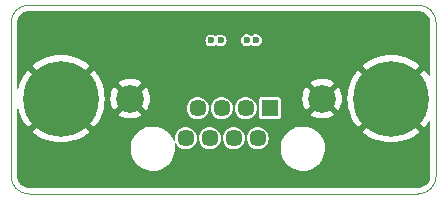
<source format=gbr>
G04 #@! TF.GenerationSoftware,KiCad,Pcbnew,7.0.2-0*
G04 #@! TF.CreationDate,2023-08-07T23:17:52+03:00*
G04 #@! TF.ProjectId,RJ45_Module,524a3435-5f4d-46f6-9475-6c652e6b6963,1.0*
G04 #@! TF.SameCoordinates,Original*
G04 #@! TF.FileFunction,Copper,L3,Inr*
G04 #@! TF.FilePolarity,Positive*
%FSLAX46Y46*%
G04 Gerber Fmt 4.6, Leading zero omitted, Abs format (unit mm)*
G04 Created by KiCad (PCBNEW 7.0.2-0) date 2023-08-07 23:17:52*
%MOMM*%
%LPD*%
G01*
G04 APERTURE LIST*
G04 #@! TA.AperFunction,ComponentPad*
%ADD10R,1.446000X1.446000*%
G04 #@! TD*
G04 #@! TA.AperFunction,ComponentPad*
%ADD11C,1.446000*%
G04 #@! TD*
G04 #@! TA.AperFunction,ComponentPad*
%ADD12C,2.355000*%
G04 #@! TD*
G04 #@! TA.AperFunction,ComponentPad*
%ADD13C,0.800000*%
G04 #@! TD*
G04 #@! TA.AperFunction,ComponentPad*
%ADD14C,6.400000*%
G04 #@! TD*
G04 #@! TA.AperFunction,ViaPad*
%ADD15C,0.600000*%
G04 #@! TD*
G04 #@! TA.AperFunction,Profile*
%ADD16C,0.050000*%
G04 #@! TD*
G04 APERTURE END LIST*
D10*
X212623600Y-84531200D03*
D11*
X211603600Y-87071200D03*
X210593600Y-84531200D03*
X209573600Y-87071200D03*
X208563600Y-84531200D03*
X207543600Y-87071200D03*
X206533600Y-84531200D03*
X205513600Y-87071200D03*
D12*
X200813600Y-83721200D03*
X217073600Y-83721200D03*
D13*
X220505000Y-83730000D03*
X221207944Y-85427056D03*
X221207944Y-82032944D03*
X222905000Y-86130000D03*
D14*
X222905000Y-83730000D03*
D13*
X225305000Y-83730000D03*
X224602056Y-82032944D03*
X224602056Y-85427056D03*
X222905000Y-81330000D03*
X194942000Y-81330000D03*
X196639056Y-85427056D03*
X196639056Y-82032944D03*
X197342000Y-83730000D03*
D14*
X194942000Y-83730000D03*
D13*
X194942000Y-86130000D03*
X193244944Y-82032944D03*
X193244944Y-85427056D03*
X192542000Y-83730000D03*
D15*
X206545000Y-85930000D03*
X210555000Y-85950000D03*
X209873956Y-78781118D03*
X211956142Y-78158858D03*
X206873953Y-78799958D03*
X209250265Y-78772087D03*
X207673455Y-78800155D03*
X208451255Y-78800155D03*
X211451255Y-78778772D03*
X210673455Y-78778772D03*
G04 #@! TA.AperFunction,Conductor*
G36*
X225191269Y-76296786D02*
G01*
X225359177Y-76311475D01*
X225372078Y-76313750D01*
X225531712Y-76356524D01*
X225544017Y-76361004D01*
X225676250Y-76422665D01*
X225693786Y-76430842D01*
X225705138Y-76437396D01*
X225840505Y-76532181D01*
X225850546Y-76540607D01*
X225967392Y-76657453D01*
X225975818Y-76667494D01*
X226070603Y-76802861D01*
X226077157Y-76814213D01*
X226146993Y-76963976D01*
X226151477Y-76976294D01*
X226194248Y-77135917D01*
X226196524Y-77148826D01*
X226211213Y-77316729D01*
X226211499Y-77323283D01*
X226211499Y-81774199D01*
X226193906Y-81822537D01*
X226149357Y-81848257D01*
X226098699Y-81839324D01*
X226073231Y-81815156D01*
X225903541Y-81553858D01*
X225901240Y-81550691D01*
X225693902Y-81294648D01*
X224796249Y-82192301D01*
X224837551Y-82130489D01*
X224856954Y-82032944D01*
X224837551Y-81935399D01*
X224782296Y-81852704D01*
X224699601Y-81797449D01*
X224626680Y-81782944D01*
X224577432Y-81782944D01*
X224504511Y-81797449D01*
X224442689Y-81838756D01*
X225340350Y-80941096D01*
X225084308Y-80733759D01*
X225081141Y-80731458D01*
X224759181Y-80522374D01*
X224755795Y-80520419D01*
X224413742Y-80346135D01*
X224410150Y-80344536D01*
X224051781Y-80206970D01*
X224048024Y-80205749D01*
X223677235Y-80106397D01*
X223673375Y-80105577D01*
X223294236Y-80045527D01*
X223290316Y-80045115D01*
X222906965Y-80025025D01*
X222903035Y-80025025D01*
X222519683Y-80045115D01*
X222515763Y-80045527D01*
X222136624Y-80105577D01*
X222132764Y-80106397D01*
X221761975Y-80205749D01*
X221758218Y-80206970D01*
X221399849Y-80344536D01*
X221396257Y-80346135D01*
X221054204Y-80520419D01*
X221050818Y-80522374D01*
X220728863Y-80731454D01*
X220725681Y-80733767D01*
X220469648Y-80941096D01*
X221367304Y-81838752D01*
X221305489Y-81797449D01*
X221232568Y-81782944D01*
X221183320Y-81782944D01*
X221110399Y-81797449D01*
X221027704Y-81852704D01*
X220972449Y-81935399D01*
X220953046Y-82032944D01*
X220972449Y-82130489D01*
X221013754Y-82192306D01*
X220116096Y-81294648D01*
X219908767Y-81550681D01*
X219906454Y-81553863D01*
X219697374Y-81875818D01*
X219695419Y-81879204D01*
X219521135Y-82221257D01*
X219519536Y-82224849D01*
X219381970Y-82583218D01*
X219380749Y-82586975D01*
X219281397Y-82957764D01*
X219280577Y-82961624D01*
X219220527Y-83340763D01*
X219220115Y-83344683D01*
X219200025Y-83728034D01*
X219200025Y-83731965D01*
X219220115Y-84115316D01*
X219220527Y-84119236D01*
X219280577Y-84498375D01*
X219281397Y-84502235D01*
X219380749Y-84873024D01*
X219381970Y-84876781D01*
X219519536Y-85235150D01*
X219521135Y-85238742D01*
X219695419Y-85580795D01*
X219697374Y-85584181D01*
X219906458Y-85906141D01*
X219908759Y-85909308D01*
X220116096Y-86165350D01*
X221013756Y-85267689D01*
X220972449Y-85329511D01*
X220953046Y-85427056D01*
X220972449Y-85524601D01*
X221027704Y-85607296D01*
X221110399Y-85662551D01*
X221183320Y-85677056D01*
X221232568Y-85677056D01*
X221305489Y-85662551D01*
X221367301Y-85621249D01*
X220469648Y-86518902D01*
X220725691Y-86726240D01*
X220728858Y-86728541D01*
X221050818Y-86937625D01*
X221054204Y-86939580D01*
X221396257Y-87113864D01*
X221399849Y-87115463D01*
X221758218Y-87253029D01*
X221761975Y-87254250D01*
X222132764Y-87353602D01*
X222136624Y-87354422D01*
X222515763Y-87414472D01*
X222519683Y-87414884D01*
X222903035Y-87434975D01*
X222906965Y-87434975D01*
X223290316Y-87414884D01*
X223294236Y-87414472D01*
X223673375Y-87354422D01*
X223677235Y-87353602D01*
X224048024Y-87254250D01*
X224051781Y-87253029D01*
X224410150Y-87115463D01*
X224413742Y-87113864D01*
X224755795Y-86939580D01*
X224759181Y-86937625D01*
X225081141Y-86728541D01*
X225084320Y-86726231D01*
X225340349Y-86518903D01*
X225340350Y-86518902D01*
X224442694Y-85621246D01*
X224504511Y-85662551D01*
X224577432Y-85677056D01*
X224626680Y-85677056D01*
X224699601Y-85662551D01*
X224782296Y-85607296D01*
X224837551Y-85524601D01*
X224856954Y-85427056D01*
X224837551Y-85329511D01*
X224796246Y-85267694D01*
X225693902Y-86165350D01*
X225693903Y-86165349D01*
X225901231Y-85909320D01*
X225903541Y-85906141D01*
X226073231Y-85644843D01*
X226114313Y-85613886D01*
X226165682Y-85616578D01*
X226203303Y-85651660D01*
X226211499Y-85685800D01*
X226211499Y-90237235D01*
X226211500Y-90237258D01*
X226211500Y-90268715D01*
X226211214Y-90275269D01*
X226196524Y-90443173D01*
X226194248Y-90456082D01*
X226151477Y-90615705D01*
X226146993Y-90628023D01*
X226077157Y-90777786D01*
X226070603Y-90789138D01*
X225975818Y-90924505D01*
X225967392Y-90934546D01*
X225850546Y-91051392D01*
X225840505Y-91059818D01*
X225705138Y-91154603D01*
X225693786Y-91161157D01*
X225544023Y-91230993D01*
X225531705Y-91235477D01*
X225372082Y-91278248D01*
X225359173Y-91280524D01*
X225191269Y-91295214D01*
X225184715Y-91295500D01*
X192236285Y-91295500D01*
X192229731Y-91295214D01*
X192061826Y-91280524D01*
X192048917Y-91278248D01*
X191889294Y-91235477D01*
X191876976Y-91230993D01*
X191727213Y-91161157D01*
X191715861Y-91154603D01*
X191580494Y-91059818D01*
X191570453Y-91051392D01*
X191453607Y-90934546D01*
X191445181Y-90924505D01*
X191350396Y-90789138D01*
X191343842Y-90777786D01*
X191337591Y-90764381D01*
X191274004Y-90628017D01*
X191269524Y-90615712D01*
X191226750Y-90456078D01*
X191224475Y-90443173D01*
X191209786Y-90275269D01*
X191209500Y-90268715D01*
X191209500Y-90206107D01*
X191209500Y-88029880D01*
X200844337Y-88029880D01*
X200874363Y-88302770D01*
X200943804Y-88568384D01*
X201051177Y-88821052D01*
X201194196Y-89055398D01*
X201369806Y-89266416D01*
X201574274Y-89449621D01*
X201574276Y-89449622D01*
X201574277Y-89449623D01*
X201803241Y-89601104D01*
X202051821Y-89717633D01*
X202314719Y-89796727D01*
X202586331Y-89836700D01*
X202586333Y-89836700D01*
X202790760Y-89836700D01*
X202792147Y-89836700D01*
X202868481Y-89831112D01*
X202997401Y-89821678D01*
X203023730Y-89815812D01*
X203265375Y-89761984D01*
X203521798Y-89663911D01*
X203761209Y-89529547D01*
X203978504Y-89361757D01*
X204169054Y-89164116D01*
X204328796Y-88940837D01*
X204454327Y-88696679D01*
X204542970Y-88436846D01*
X204592836Y-88166874D01*
X204597842Y-88029880D01*
X213544337Y-88029880D01*
X213574363Y-88302770D01*
X213643804Y-88568384D01*
X213751177Y-88821052D01*
X213894196Y-89055398D01*
X214069806Y-89266416D01*
X214274274Y-89449621D01*
X214274276Y-89449622D01*
X214274277Y-89449623D01*
X214503241Y-89601104D01*
X214751821Y-89717633D01*
X215014719Y-89796727D01*
X215286331Y-89836700D01*
X215286333Y-89836700D01*
X215490760Y-89836700D01*
X215492147Y-89836700D01*
X215568481Y-89831112D01*
X215697401Y-89821678D01*
X215723730Y-89815812D01*
X215965375Y-89761984D01*
X216221798Y-89663911D01*
X216461209Y-89529547D01*
X216678504Y-89361757D01*
X216869054Y-89164116D01*
X217028796Y-88940837D01*
X217154327Y-88696679D01*
X217242970Y-88436846D01*
X217292836Y-88166874D01*
X217302862Y-87892520D01*
X217272836Y-87619629D01*
X217203396Y-87354018D01*
X217096023Y-87101348D01*
X216953005Y-86867004D01*
X216953003Y-86867001D01*
X216777393Y-86655983D01*
X216572925Y-86472778D01*
X216343958Y-86321295D01*
X216095380Y-86204767D01*
X215895059Y-86144500D01*
X215832481Y-86125673D01*
X215560869Y-86085700D01*
X215355053Y-86085700D01*
X215353681Y-86085800D01*
X215353664Y-86085801D01*
X215149798Y-86100721D01*
X214881824Y-86160416D01*
X214625400Y-86258489D01*
X214385993Y-86392851D01*
X214168694Y-86560644D01*
X213978145Y-86758284D01*
X213818403Y-86981563D01*
X213692873Y-87225719D01*
X213604230Y-87485554D01*
X213554364Y-87755523D01*
X213544337Y-88029880D01*
X204597842Y-88029880D01*
X204602862Y-87892520D01*
X204572836Y-87619629D01*
X204558959Y-87566549D01*
X204563754Y-87515334D01*
X204600348Y-87479183D01*
X204651619Y-87475011D01*
X204693576Y-87504772D01*
X204696839Y-87509929D01*
X204759754Y-87618901D01*
X204890101Y-87763666D01*
X205047697Y-87878167D01*
X205225656Y-87957399D01*
X205416200Y-87997900D01*
X205416201Y-87997900D01*
X205610999Y-87997900D01*
X205611000Y-87997900D01*
X205801544Y-87957399D01*
X205979503Y-87878167D01*
X206137099Y-87763666D01*
X206267446Y-87618901D01*
X206364846Y-87450199D01*
X206422589Y-87272487D01*
X206425043Y-87264934D01*
X206429164Y-87225721D01*
X206445405Y-87071200D01*
X206445405Y-87071199D01*
X206611795Y-87071199D01*
X206632156Y-87264934D01*
X206680879Y-87414884D01*
X206692354Y-87450199D01*
X206789754Y-87618901D01*
X206920101Y-87763666D01*
X207077697Y-87878167D01*
X207255656Y-87957399D01*
X207446200Y-87997900D01*
X207446201Y-87997900D01*
X207640999Y-87997900D01*
X207641000Y-87997900D01*
X207831544Y-87957399D01*
X208009503Y-87878167D01*
X208167099Y-87763666D01*
X208297446Y-87618901D01*
X208394846Y-87450199D01*
X208452589Y-87272487D01*
X208455043Y-87264934D01*
X208459164Y-87225721D01*
X208475405Y-87071200D01*
X208641795Y-87071200D01*
X208662156Y-87264934D01*
X208710879Y-87414884D01*
X208722354Y-87450199D01*
X208819754Y-87618901D01*
X208950101Y-87763666D01*
X209107697Y-87878167D01*
X209285656Y-87957399D01*
X209476200Y-87997900D01*
X209476201Y-87997900D01*
X209670999Y-87997900D01*
X209671000Y-87997900D01*
X209861544Y-87957399D01*
X210039503Y-87878167D01*
X210197099Y-87763666D01*
X210327446Y-87618901D01*
X210424846Y-87450199D01*
X210482589Y-87272487D01*
X210485043Y-87264934D01*
X210489164Y-87225721D01*
X210505405Y-87071200D01*
X210671795Y-87071200D01*
X210692156Y-87264934D01*
X210740879Y-87414884D01*
X210752354Y-87450199D01*
X210849754Y-87618901D01*
X210980101Y-87763666D01*
X211137697Y-87878167D01*
X211315656Y-87957399D01*
X211506200Y-87997900D01*
X211506201Y-87997900D01*
X211700999Y-87997900D01*
X211701000Y-87997900D01*
X211891544Y-87957399D01*
X212069503Y-87878167D01*
X212227099Y-87763666D01*
X212357446Y-87618901D01*
X212454846Y-87450199D01*
X212512589Y-87272487D01*
X212515043Y-87264934D01*
X212519164Y-87225721D01*
X212535405Y-87071200D01*
X212515043Y-86877467D01*
X212515043Y-86877465D01*
X212454846Y-86692202D01*
X212454846Y-86692201D01*
X212357446Y-86523499D01*
X212227099Y-86378734D01*
X212069503Y-86264233D01*
X212069502Y-86264232D01*
X211891544Y-86185001D01*
X211799092Y-86165350D01*
X211701000Y-86144500D01*
X211506200Y-86144500D01*
X211410927Y-86164750D01*
X211315655Y-86185001D01*
X211137698Y-86264232D01*
X210980099Y-86378735D01*
X210849754Y-86523498D01*
X210752353Y-86692202D01*
X210692156Y-86877465D01*
X210671795Y-87071200D01*
X210505405Y-87071200D01*
X210485043Y-86877467D01*
X210485043Y-86877465D01*
X210424846Y-86692202D01*
X210424846Y-86692201D01*
X210327446Y-86523499D01*
X210197099Y-86378734D01*
X210039503Y-86264233D01*
X210039502Y-86264232D01*
X209861544Y-86185001D01*
X209769092Y-86165350D01*
X209671000Y-86144500D01*
X209476200Y-86144500D01*
X209380928Y-86164750D01*
X209285655Y-86185001D01*
X209107698Y-86264232D01*
X208950099Y-86378735D01*
X208819754Y-86523498D01*
X208722353Y-86692202D01*
X208662156Y-86877465D01*
X208641795Y-87071200D01*
X208475405Y-87071200D01*
X208455043Y-86877467D01*
X208455043Y-86877465D01*
X208394846Y-86692202D01*
X208394846Y-86692201D01*
X208297446Y-86523499D01*
X208167099Y-86378734D01*
X208009503Y-86264233D01*
X208009502Y-86264232D01*
X207831544Y-86185001D01*
X207739092Y-86165350D01*
X207641000Y-86144500D01*
X207446200Y-86144500D01*
X207350928Y-86164750D01*
X207255655Y-86185001D01*
X207077698Y-86264232D01*
X206920099Y-86378735D01*
X206789754Y-86523498D01*
X206692353Y-86692202D01*
X206632156Y-86877465D01*
X206611795Y-87071199D01*
X206445405Y-87071199D01*
X206425043Y-86877467D01*
X206425043Y-86877465D01*
X206364846Y-86692202D01*
X206364846Y-86692201D01*
X206267446Y-86523499D01*
X206137099Y-86378734D01*
X205979503Y-86264233D01*
X205979502Y-86264232D01*
X205801544Y-86185001D01*
X205709092Y-86165350D01*
X205611000Y-86144500D01*
X205416200Y-86144500D01*
X205320928Y-86164750D01*
X205225655Y-86185001D01*
X205047698Y-86264232D01*
X204890099Y-86378735D01*
X204759754Y-86523498D01*
X204662353Y-86692202D01*
X204602156Y-86877465D01*
X204581795Y-87071200D01*
X204594527Y-87192340D01*
X204582082Y-87242252D01*
X204540467Y-87272487D01*
X204489152Y-87268899D01*
X204452150Y-87233165D01*
X204450529Y-87229611D01*
X204402021Y-87115463D01*
X204396023Y-87101348D01*
X204253005Y-86867004D01*
X204253003Y-86867001D01*
X204077393Y-86655983D01*
X203872925Y-86472778D01*
X203643958Y-86321295D01*
X203395380Y-86204767D01*
X203195059Y-86144500D01*
X203132481Y-86125673D01*
X202860869Y-86085700D01*
X202655053Y-86085700D01*
X202653681Y-86085800D01*
X202653664Y-86085801D01*
X202449798Y-86100721D01*
X202181824Y-86160416D01*
X201925400Y-86258489D01*
X201685993Y-86392851D01*
X201468694Y-86560644D01*
X201278145Y-86758284D01*
X201118403Y-86981563D01*
X200992873Y-87225719D01*
X200904230Y-87485554D01*
X200854364Y-87755523D01*
X200844337Y-88029880D01*
X191209500Y-88029880D01*
X191209500Y-87450197D01*
X191209499Y-84667022D01*
X191227092Y-84618686D01*
X191271641Y-84592966D01*
X191322299Y-84601899D01*
X191355364Y-84641304D01*
X191357337Y-84647561D01*
X191417749Y-84873024D01*
X191418970Y-84876781D01*
X191556536Y-85235150D01*
X191558135Y-85238742D01*
X191732419Y-85580795D01*
X191734374Y-85584181D01*
X191943458Y-85906141D01*
X191945759Y-85909308D01*
X192153096Y-86165350D01*
X193050756Y-85267689D01*
X193009449Y-85329511D01*
X192990046Y-85427056D01*
X193009449Y-85524601D01*
X193064704Y-85607296D01*
X193147399Y-85662551D01*
X193220320Y-85677056D01*
X193269568Y-85677056D01*
X193342489Y-85662551D01*
X193404301Y-85621249D01*
X192506648Y-86518902D01*
X192762691Y-86726240D01*
X192765858Y-86728541D01*
X193087818Y-86937625D01*
X193091204Y-86939580D01*
X193433257Y-87113864D01*
X193436849Y-87115463D01*
X193795218Y-87253029D01*
X193798975Y-87254250D01*
X194169764Y-87353602D01*
X194173624Y-87354422D01*
X194552763Y-87414472D01*
X194556683Y-87414884D01*
X194940035Y-87434975D01*
X194943965Y-87434975D01*
X195327316Y-87414884D01*
X195331236Y-87414472D01*
X195710375Y-87354422D01*
X195714235Y-87353602D01*
X196085024Y-87254250D01*
X196088781Y-87253029D01*
X196447150Y-87115463D01*
X196450742Y-87113864D01*
X196792795Y-86939580D01*
X196796181Y-86937625D01*
X197118141Y-86728541D01*
X197121320Y-86726231D01*
X197377349Y-86518903D01*
X197377350Y-86518902D01*
X196479694Y-85621246D01*
X196541511Y-85662551D01*
X196614432Y-85677056D01*
X196663680Y-85677056D01*
X196736601Y-85662551D01*
X196819296Y-85607296D01*
X196874551Y-85524601D01*
X196893954Y-85427056D01*
X196874551Y-85329511D01*
X196833246Y-85267694D01*
X197730902Y-86165350D01*
X197730903Y-86165349D01*
X197938231Y-85909320D01*
X197940541Y-85906141D01*
X198149625Y-85584181D01*
X198151580Y-85580795D01*
X198325864Y-85238742D01*
X198327463Y-85235150D01*
X198465029Y-84876781D01*
X198466250Y-84873024D01*
X198565602Y-84502235D01*
X198566422Y-84498375D01*
X198626472Y-84119236D01*
X198626884Y-84115316D01*
X198646975Y-83731965D01*
X198646975Y-83728034D01*
X198646617Y-83721200D01*
X199131396Y-83721200D01*
X199150184Y-83971917D01*
X199206132Y-84217038D01*
X199297988Y-84451084D01*
X199423697Y-84668818D01*
X199463062Y-84718181D01*
X199463063Y-84718182D01*
X200107817Y-84073428D01*
X200195979Y-84213736D01*
X200321064Y-84338821D01*
X200461369Y-84426981D01*
X199816607Y-85071744D01*
X199816607Y-85071746D01*
X199972497Y-85178031D01*
X200199023Y-85287120D01*
X200439273Y-85361227D01*
X200687889Y-85398700D01*
X200939311Y-85398700D01*
X201187926Y-85361227D01*
X201428176Y-85287120D01*
X201654702Y-85178031D01*
X201810591Y-85071746D01*
X201810591Y-85071744D01*
X201165829Y-84426982D01*
X201306136Y-84338821D01*
X201431221Y-84213736D01*
X201519382Y-84073428D01*
X202164135Y-84718181D01*
X202164136Y-84718181D01*
X202203501Y-84668820D01*
X202282956Y-84531200D01*
X205601795Y-84531200D01*
X205622156Y-84724934D01*
X205682353Y-84910197D01*
X205779754Y-85078901D01*
X205881193Y-85191561D01*
X205910101Y-85223666D01*
X206067697Y-85338167D01*
X206245656Y-85417399D01*
X206436200Y-85457900D01*
X206436201Y-85457900D01*
X206630999Y-85457900D01*
X206631000Y-85457900D01*
X206821544Y-85417399D01*
X206999503Y-85338167D01*
X207157099Y-85223666D01*
X207287446Y-85078901D01*
X207384846Y-84910199D01*
X207445043Y-84724933D01*
X207465405Y-84531200D01*
X207631795Y-84531200D01*
X207652156Y-84724934D01*
X207712353Y-84910197D01*
X207809754Y-85078901D01*
X207911193Y-85191561D01*
X207940101Y-85223666D01*
X208097697Y-85338167D01*
X208275656Y-85417399D01*
X208466200Y-85457900D01*
X208466201Y-85457900D01*
X208660999Y-85457900D01*
X208661000Y-85457900D01*
X208851544Y-85417399D01*
X209029503Y-85338167D01*
X209187099Y-85223666D01*
X209317446Y-85078901D01*
X209414846Y-84910199D01*
X209475043Y-84724933D01*
X209495405Y-84531200D01*
X209495405Y-84531199D01*
X209661795Y-84531199D01*
X209682156Y-84724934D01*
X209742353Y-84910197D01*
X209839754Y-85078901D01*
X209941193Y-85191561D01*
X209970101Y-85223666D01*
X210127697Y-85338167D01*
X210305656Y-85417399D01*
X210496200Y-85457900D01*
X210496201Y-85457900D01*
X210690999Y-85457900D01*
X210691000Y-85457900D01*
X210881544Y-85417399D01*
X211059503Y-85338167D01*
X211147457Y-85274264D01*
X211696900Y-85274264D01*
X211708718Y-85333679D01*
X211708719Y-85333680D01*
X211753740Y-85401060D01*
X211821120Y-85446081D01*
X211880536Y-85457900D01*
X213366664Y-85457900D01*
X213426080Y-85446081D01*
X213493460Y-85401060D01*
X213538481Y-85333680D01*
X213550300Y-85274264D01*
X213550300Y-83788136D01*
X213538481Y-83728720D01*
X213533456Y-83721199D01*
X215391396Y-83721199D01*
X215410184Y-83971917D01*
X215466132Y-84217038D01*
X215557988Y-84451084D01*
X215683697Y-84668818D01*
X215723062Y-84718181D01*
X215723063Y-84718182D01*
X216367817Y-84073428D01*
X216455979Y-84213736D01*
X216581064Y-84338821D01*
X216721369Y-84426981D01*
X216076607Y-85071744D01*
X216076607Y-85071746D01*
X216232497Y-85178031D01*
X216459023Y-85287120D01*
X216699273Y-85361227D01*
X216947889Y-85398700D01*
X217199311Y-85398700D01*
X217447926Y-85361227D01*
X217688176Y-85287120D01*
X217914702Y-85178031D01*
X218070591Y-85071746D01*
X218070591Y-85071744D01*
X217425829Y-84426982D01*
X217566136Y-84338821D01*
X217691221Y-84213736D01*
X217779382Y-84073428D01*
X218424135Y-84718181D01*
X218424136Y-84718181D01*
X218463501Y-84668820D01*
X218589211Y-84451084D01*
X218681067Y-84217038D01*
X218737015Y-83971917D01*
X218755803Y-83721199D01*
X218737015Y-83470482D01*
X218681067Y-83225361D01*
X218589211Y-82991315D01*
X218463501Y-82773581D01*
X218424136Y-82724217D01*
X218424135Y-82724216D01*
X217779381Y-83368969D01*
X217691221Y-83228664D01*
X217566136Y-83103579D01*
X217425828Y-83015417D01*
X218070591Y-82370654D01*
X218070591Y-82370652D01*
X217914702Y-82264368D01*
X217688176Y-82155279D01*
X217447926Y-82081172D01*
X217199311Y-82043700D01*
X216947889Y-82043700D01*
X216699273Y-82081172D01*
X216459023Y-82155279D01*
X216232494Y-82264370D01*
X216076607Y-82370651D01*
X216076607Y-82370654D01*
X216721370Y-83015417D01*
X216581064Y-83103579D01*
X216455979Y-83228664D01*
X216367817Y-83368970D01*
X215723063Y-82724216D01*
X215723062Y-82724217D01*
X215683697Y-82773581D01*
X215557988Y-82991315D01*
X215466132Y-83225361D01*
X215410184Y-83470482D01*
X215391396Y-83721199D01*
X213533456Y-83721199D01*
X213493460Y-83661340D01*
X213426080Y-83616319D01*
X213426079Y-83616318D01*
X213366664Y-83604500D01*
X211880536Y-83604500D01*
X211821120Y-83616318D01*
X211753740Y-83661340D01*
X211708718Y-83728720D01*
X211696900Y-83788135D01*
X211696900Y-85274264D01*
X211147457Y-85274264D01*
X211217099Y-85223666D01*
X211347446Y-85078901D01*
X211444846Y-84910199D01*
X211505043Y-84724933D01*
X211525405Y-84531200D01*
X211508579Y-84371115D01*
X211505043Y-84337465D01*
X211444846Y-84152202D01*
X211444846Y-84152201D01*
X211347446Y-83983499D01*
X211217099Y-83838734D01*
X211067441Y-83730000D01*
X211059502Y-83724232D01*
X210881544Y-83645001D01*
X210822519Y-83632455D01*
X210691000Y-83604500D01*
X210496200Y-83604500D01*
X210400928Y-83624750D01*
X210305655Y-83645001D01*
X210127698Y-83724232D01*
X209970099Y-83838735D01*
X209839754Y-83983498D01*
X209742353Y-84152202D01*
X209682156Y-84337465D01*
X209661795Y-84531199D01*
X209495405Y-84531199D01*
X209478579Y-84371115D01*
X209475043Y-84337465D01*
X209414846Y-84152202D01*
X209414846Y-84152201D01*
X209317446Y-83983499D01*
X209187099Y-83838734D01*
X209037441Y-83730000D01*
X209029502Y-83724232D01*
X208851544Y-83645001D01*
X208792519Y-83632455D01*
X208661000Y-83604500D01*
X208466200Y-83604500D01*
X208370927Y-83624750D01*
X208275655Y-83645001D01*
X208097698Y-83724232D01*
X207940099Y-83838735D01*
X207809754Y-83983498D01*
X207712353Y-84152202D01*
X207652156Y-84337465D01*
X207631795Y-84531200D01*
X207465405Y-84531200D01*
X207448915Y-84374316D01*
X207445043Y-84337465D01*
X207384846Y-84152202D01*
X207384846Y-84152201D01*
X207287446Y-83983499D01*
X207157099Y-83838734D01*
X207007441Y-83730000D01*
X206999502Y-83724232D01*
X206821544Y-83645001D01*
X206762519Y-83632455D01*
X206631000Y-83604500D01*
X206436200Y-83604500D01*
X206340927Y-83624750D01*
X206245655Y-83645001D01*
X206067698Y-83724232D01*
X205910099Y-83838735D01*
X205779754Y-83983498D01*
X205682353Y-84152202D01*
X205622156Y-84337465D01*
X205601795Y-84531200D01*
X202282956Y-84531200D01*
X202329211Y-84451084D01*
X202421067Y-84217038D01*
X202477015Y-83971917D01*
X202495803Y-83721200D01*
X202477015Y-83470482D01*
X202421067Y-83225361D01*
X202329211Y-82991315D01*
X202203501Y-82773581D01*
X202164136Y-82724217D01*
X202164135Y-82724216D01*
X201519381Y-83368969D01*
X201431221Y-83228664D01*
X201306136Y-83103579D01*
X201165828Y-83015417D01*
X201810591Y-82370654D01*
X201810591Y-82370652D01*
X201654702Y-82264368D01*
X201428176Y-82155279D01*
X201187926Y-82081172D01*
X200939311Y-82043700D01*
X200687889Y-82043700D01*
X200439273Y-82081172D01*
X200199023Y-82155279D01*
X199972494Y-82264370D01*
X199816607Y-82370651D01*
X199816607Y-82370654D01*
X200461370Y-83015417D01*
X200321064Y-83103579D01*
X200195979Y-83228664D01*
X200107817Y-83368970D01*
X199463063Y-82724216D01*
X199463062Y-82724217D01*
X199423697Y-82773581D01*
X199297988Y-82991315D01*
X199206132Y-83225361D01*
X199150184Y-83470482D01*
X199131396Y-83721200D01*
X198646617Y-83721200D01*
X198626884Y-83344683D01*
X198626472Y-83340763D01*
X198566422Y-82961624D01*
X198565602Y-82957764D01*
X198466250Y-82586975D01*
X198465029Y-82583218D01*
X198327463Y-82224849D01*
X198325864Y-82221257D01*
X198151580Y-81879204D01*
X198149625Y-81875818D01*
X197940541Y-81553858D01*
X197938240Y-81550691D01*
X197730902Y-81294648D01*
X196833249Y-82192300D01*
X196874551Y-82130489D01*
X196893954Y-82032944D01*
X196874551Y-81935399D01*
X196819296Y-81852704D01*
X196736601Y-81797449D01*
X196663680Y-81782944D01*
X196614432Y-81782944D01*
X196541511Y-81797449D01*
X196479690Y-81838755D01*
X197377350Y-80941096D01*
X197121308Y-80733759D01*
X197118141Y-80731458D01*
X196796181Y-80522374D01*
X196792795Y-80520419D01*
X196450742Y-80346135D01*
X196447150Y-80344536D01*
X196088781Y-80206970D01*
X196085024Y-80205749D01*
X195714235Y-80106397D01*
X195710375Y-80105577D01*
X195331236Y-80045527D01*
X195327316Y-80045115D01*
X194943965Y-80025025D01*
X194940035Y-80025025D01*
X194556683Y-80045115D01*
X194552763Y-80045527D01*
X194173624Y-80105577D01*
X194169764Y-80106397D01*
X193798975Y-80205749D01*
X193795218Y-80206970D01*
X193436849Y-80344536D01*
X193433257Y-80346135D01*
X193091204Y-80520419D01*
X193087818Y-80522374D01*
X192765863Y-80731454D01*
X192762681Y-80733767D01*
X192506648Y-80941096D01*
X193404305Y-81838753D01*
X193342489Y-81797449D01*
X193269568Y-81782944D01*
X193220320Y-81782944D01*
X193147399Y-81797449D01*
X193064704Y-81852704D01*
X193009449Y-81935399D01*
X192990046Y-82032944D01*
X193009449Y-82130489D01*
X193050753Y-82192305D01*
X192153096Y-81294648D01*
X191945767Y-81550681D01*
X191943454Y-81553863D01*
X191734374Y-81875818D01*
X191732419Y-81879204D01*
X191558135Y-82221257D01*
X191556536Y-82224849D01*
X191418970Y-82583218D01*
X191417749Y-82586975D01*
X191357337Y-82812439D01*
X191327832Y-82854576D01*
X191278145Y-82867890D01*
X191231525Y-82846150D01*
X191209785Y-82799530D01*
X191209499Y-82792976D01*
X191209499Y-78800155D01*
X207164575Y-78800155D01*
X207185188Y-78943525D01*
X207245356Y-79075274D01*
X207340210Y-79184742D01*
X207428786Y-79241666D01*
X207462059Y-79263049D01*
X207601034Y-79303855D01*
X207745876Y-79303855D01*
X207884851Y-79263049D01*
X207932420Y-79232477D01*
X208015797Y-79178896D01*
X208016501Y-79179992D01*
X208050469Y-79161091D01*
X208100980Y-79170824D01*
X208116122Y-79183529D01*
X208206586Y-79241666D01*
X208239859Y-79263049D01*
X208378834Y-79303855D01*
X208523676Y-79303855D01*
X208662651Y-79263049D01*
X208784501Y-79184741D01*
X208879352Y-79075276D01*
X208939522Y-78943523D01*
X208960135Y-78800155D01*
X208957060Y-78778771D01*
X210164575Y-78778771D01*
X210185188Y-78922142D01*
X210245356Y-79053891D01*
X210340210Y-79163359D01*
X210373483Y-79184742D01*
X210462059Y-79241666D01*
X210601034Y-79282472D01*
X210745876Y-79282472D01*
X210884851Y-79241666D01*
X210973427Y-79184742D01*
X211015797Y-79157513D01*
X211016502Y-79158610D01*
X211050462Y-79139709D01*
X211100974Y-79149437D01*
X211116120Y-79162145D01*
X211239857Y-79241665D01*
X211239859Y-79241666D01*
X211378834Y-79282472D01*
X211523676Y-79282472D01*
X211662651Y-79241666D01*
X211784501Y-79163358D01*
X211879352Y-79053893D01*
X211939522Y-78922140D01*
X211960135Y-78778772D01*
X211939522Y-78635404D01*
X211889118Y-78525035D01*
X211879353Y-78503652D01*
X211807143Y-78420317D01*
X211784501Y-78394186D01*
X211784500Y-78394185D01*
X211784499Y-78394184D01*
X211662652Y-78315878D01*
X211523676Y-78275072D01*
X211378834Y-78275072D01*
X211239857Y-78315878D01*
X211108913Y-78400031D01*
X211108208Y-78398934D01*
X211074235Y-78417836D01*
X211023725Y-78408100D01*
X211008587Y-78395398D01*
X210884852Y-78315878D01*
X210745876Y-78275072D01*
X210601034Y-78275072D01*
X210462057Y-78315878D01*
X210340210Y-78394184D01*
X210245356Y-78503652D01*
X210185188Y-78635401D01*
X210164575Y-78778771D01*
X208957060Y-78778771D01*
X208939522Y-78656787D01*
X208929757Y-78635404D01*
X208879353Y-78525035D01*
X208821626Y-78458414D01*
X208784501Y-78415569D01*
X208784500Y-78415568D01*
X208784499Y-78415567D01*
X208662652Y-78337261D01*
X208523676Y-78296455D01*
X208378834Y-78296455D01*
X208239857Y-78337261D01*
X208108913Y-78421414D01*
X208108208Y-78420317D01*
X208074235Y-78439219D01*
X208023725Y-78429483D01*
X208008587Y-78416781D01*
X207884852Y-78337261D01*
X207745876Y-78296455D01*
X207601034Y-78296455D01*
X207462057Y-78337261D01*
X207340210Y-78415567D01*
X207245356Y-78525035D01*
X207185188Y-78656784D01*
X207164575Y-78800155D01*
X191209499Y-78800155D01*
X191209499Y-77323284D01*
X191209785Y-77316730D01*
X191212631Y-77284201D01*
X191224475Y-77148820D01*
X191226749Y-77135923D01*
X191269525Y-76976283D01*
X191274002Y-76963985D01*
X191343844Y-76814209D01*
X191350396Y-76802861D01*
X191445186Y-76667487D01*
X191453601Y-76657459D01*
X191570459Y-76540601D01*
X191580487Y-76532186D01*
X191715864Y-76437393D01*
X191727209Y-76430844D01*
X191876985Y-76361002D01*
X191889283Y-76356525D01*
X192048923Y-76313749D01*
X192061820Y-76311476D01*
X192229730Y-76296786D01*
X192236285Y-76296500D01*
X192298892Y-76296500D01*
X225122108Y-76296500D01*
X225184715Y-76296500D01*
X225191269Y-76296786D01*
G37*
G04 #@! TD.AperFunction*
G04 #@! TA.AperFunction,Conductor*
G36*
X193807130Y-84864870D02*
G01*
X193997818Y-85027732D01*
X193439137Y-85586413D01*
X193480439Y-85524601D01*
X193499842Y-85427056D01*
X193480439Y-85329511D01*
X193425184Y-85246816D01*
X193342489Y-85191561D01*
X193269568Y-85177056D01*
X193220320Y-85177056D01*
X193147399Y-85191561D01*
X193085577Y-85232868D01*
X193644266Y-84674180D01*
X193807130Y-84864870D01*
G37*
G04 #@! TD.AperFunction*
G04 #@! TA.AperFunction,Conductor*
G36*
X196798417Y-85232865D02*
G01*
X196736601Y-85191561D01*
X196663680Y-85177056D01*
X196614432Y-85177056D01*
X196541511Y-85191561D01*
X196458816Y-85246816D01*
X196403561Y-85329511D01*
X196384158Y-85427056D01*
X196403561Y-85524601D01*
X196444865Y-85586417D01*
X195886181Y-85027733D01*
X196076870Y-84864870D01*
X196239733Y-84674181D01*
X196798417Y-85232865D01*
G37*
G04 #@! TD.AperFunction*
G04 #@! TA.AperFunction,Conductor*
G36*
X221770130Y-84864870D02*
G01*
X221960818Y-85027732D01*
X221402137Y-85586413D01*
X221443439Y-85524601D01*
X221462842Y-85427056D01*
X221443439Y-85329511D01*
X221388184Y-85246816D01*
X221305489Y-85191561D01*
X221232568Y-85177056D01*
X221183320Y-85177056D01*
X221110399Y-85191561D01*
X221048577Y-85232868D01*
X221607266Y-84674180D01*
X221770130Y-84864870D01*
G37*
G04 #@! TD.AperFunction*
G04 #@! TA.AperFunction,Conductor*
G36*
X224761417Y-85232865D02*
G01*
X224699601Y-85191561D01*
X224626680Y-85177056D01*
X224577432Y-85177056D01*
X224504511Y-85191561D01*
X224421816Y-85246816D01*
X224366561Y-85329511D01*
X224347158Y-85427056D01*
X224366561Y-85524601D01*
X224407865Y-85586417D01*
X223849181Y-85027733D01*
X224039870Y-84864870D01*
X224202733Y-84674181D01*
X224761417Y-85232865D01*
G37*
G04 #@! TD.AperFunction*
G04 #@! TA.AperFunction,Conductor*
G36*
X221960818Y-82432267D02*
G01*
X221770130Y-82595130D01*
X221607266Y-82785819D01*
X221048581Y-82227133D01*
X221110399Y-82268439D01*
X221183320Y-82282944D01*
X221232568Y-82282944D01*
X221305489Y-82268439D01*
X221388184Y-82213184D01*
X221443439Y-82130489D01*
X221462842Y-82032944D01*
X221443439Y-81935399D01*
X221402135Y-81873583D01*
X221960818Y-82432267D01*
G37*
G04 #@! TD.AperFunction*
G04 #@! TA.AperFunction,Conductor*
G36*
X193997818Y-82432266D02*
G01*
X193807130Y-82595130D01*
X193644266Y-82785818D01*
X193085582Y-82227134D01*
X193147399Y-82268439D01*
X193220320Y-82282944D01*
X193269568Y-82282944D01*
X193342489Y-82268439D01*
X193425184Y-82213184D01*
X193480439Y-82130489D01*
X193499842Y-82032944D01*
X193480439Y-81935399D01*
X193439134Y-81873582D01*
X193997818Y-82432266D01*
G37*
G04 #@! TD.AperFunction*
G04 #@! TA.AperFunction,Conductor*
G36*
X196403561Y-81935399D02*
G01*
X196384158Y-82032944D01*
X196403561Y-82130489D01*
X196458816Y-82213184D01*
X196541511Y-82268439D01*
X196614432Y-82282944D01*
X196663680Y-82282944D01*
X196736601Y-82268439D01*
X196798412Y-82227137D01*
X196239732Y-82785818D01*
X196076870Y-82595130D01*
X195886180Y-82432266D01*
X196444867Y-81873578D01*
X196403561Y-81935399D01*
G37*
G04 #@! TD.AperFunction*
G04 #@! TA.AperFunction,Conductor*
G36*
X224366561Y-81935399D02*
G01*
X224347158Y-82032944D01*
X224366561Y-82130489D01*
X224421816Y-82213184D01*
X224504511Y-82268439D01*
X224577432Y-82282944D01*
X224626680Y-82282944D01*
X224699601Y-82268439D01*
X224761413Y-82227137D01*
X224202732Y-82785818D01*
X224039870Y-82595130D01*
X223849180Y-82432266D01*
X224407868Y-81873577D01*
X224366561Y-81935399D01*
G37*
G04 #@! TD.AperFunction*
D16*
X225185000Y-91796000D02*
X192233000Y-91796000D01*
X225188000Y-91796000D02*
G75*
G03*
X226712000Y-90272000I0J1524000D01*
G01*
X190709000Y-90272000D02*
G75*
G03*
X192233000Y-91796000I1524000J0D01*
G01*
X190709000Y-90272000D02*
X190709000Y-77320000D01*
X226712000Y-77320000D02*
X226712000Y-90272000D01*
X226712000Y-77320000D02*
G75*
G03*
X225188000Y-75796000I-1524000J0D01*
G01*
X192233000Y-75796000D02*
G75*
G03*
X190709000Y-77320000I0J-1524000D01*
G01*
X192232000Y-75796000D02*
X225185000Y-75796000D01*
M02*

</source>
